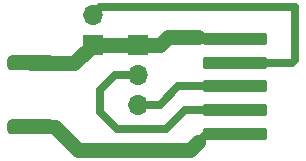
<source format=gbr>
%TF.GenerationSoftware,KiCad,Pcbnew,(6.0.7)*%
%TF.CreationDate,2023-01-18T19:02:27-08:00*%
%TF.ProjectId,MiniD_BOB,4d696e69-445f-4424-9f42-2e6b69636164,rev?*%
%TF.SameCoordinates,PX9b79068PY6702d98*%
%TF.FileFunction,Copper,L1,Top*%
%TF.FilePolarity,Positive*%
%FSLAX46Y46*%
G04 Gerber Fmt 4.6, Leading zero omitted, Abs format (unit mm)*
G04 Created by KiCad (PCBNEW (6.0.7)) date 2023-01-18 19:02:27*
%MOMM*%
%LPD*%
G01*
G04 APERTURE LIST*
G04 Aperture macros list*
%AMRoundRect*
0 Rectangle with rounded corners*
0 $1 Rounding radius*
0 $2 $3 $4 $5 $6 $7 $8 $9 X,Y pos of 4 corners*
0 Add a 4 corners polygon primitive as box body*
4,1,4,$2,$3,$4,$5,$6,$7,$8,$9,$2,$3,0*
0 Add four circle primitives for the rounded corners*
1,1,$1+$1,$2,$3*
1,1,$1+$1,$4,$5*
1,1,$1+$1,$6,$7*
1,1,$1+$1,$8,$9*
0 Add four rect primitives between the rounded corners*
20,1,$1+$1,$2,$3,$4,$5,0*
20,1,$1+$1,$4,$5,$6,$7,0*
20,1,$1+$1,$6,$7,$8,$9,0*
20,1,$1+$1,$8,$9,$2,$3,0*%
G04 Aperture macros list end*
%TA.AperFunction,SMDPad,CuDef*%
%ADD10RoundRect,0.250000X-2.500000X0.250000X-2.500000X-0.250000X2.500000X-0.250000X2.500000X0.250000X0*%
%TD*%
%TA.AperFunction,ComponentPad*%
%ADD11R,1.700000X1.700000*%
%TD*%
%TA.AperFunction,ComponentPad*%
%ADD12O,1.700000X1.700000*%
%TD*%
%TA.AperFunction,SMDPad,CuDef*%
%ADD13RoundRect,0.317500X1.682500X-0.317500X1.682500X0.317500X-1.682500X0.317500X-1.682500X-0.317500X0*%
%TD*%
%TA.AperFunction,Conductor*%
%ADD14C,1.270000*%
%TD*%
%TA.AperFunction,Conductor*%
%ADD15C,0.635000*%
%TD*%
G04 APERTURE END LIST*
D10*
%TO.P,J4,1,Pin_1*%
%TO.N,Net-(J1-Pad1)*%
X8255000Y3015000D03*
%TO.P,J4,2,Pin_2*%
%TO.N,Net-(J1-Pad2)*%
X8255000Y1015000D03*
%TO.P,J4,3,Pin_3*%
%TO.N,Net-(J3-Pad3)*%
X8255000Y-985000D03*
%TO.P,J4,4,Pin_4*%
%TO.N,Net-(J3-Pad2)*%
X8255000Y-2985000D03*
%TO.P,J4,5,Pin_5*%
%TO.N,Net-(J4-Pad5)*%
X8255000Y-4985000D03*
%TD*%
D11*
%TO.P,J1,1,Pin_1*%
%TO.N,Net-(J1-Pad1)*%
X-3810000Y2540000D03*
D12*
%TO.P,J1,2,Pin_2*%
%TO.N,Net-(J1-Pad2)*%
X-3810000Y5080000D03*
%TD*%
D13*
%TO.P,J5,1,Pin_1*%
%TO.N,Net-(J4-Pad5)*%
X-9025000Y-4445000D03*
%TD*%
D11*
%TO.P,J3,1,Pin_1*%
%TO.N,Net-(J1-Pad1)*%
X0Y2540000D03*
D12*
%TO.P,J3,2,Pin_2*%
%TO.N,Net-(J3-Pad2)*%
X0Y0D03*
%TO.P,J3,3,Pin_3*%
%TO.N,Net-(J3-Pad3)*%
X0Y-2540000D03*
%TD*%
D13*
%TO.P,J2,1,Pin_1*%
%TO.N,Net-(J1-Pad1)*%
X-9025000Y1015000D03*
%TD*%
D14*
%TO.N,Net-(J4-Pad5)*%
X4445000Y-6350000D02*
X5080000Y-5715000D01*
X-6985000Y-4445000D02*
X-5080000Y-6350000D01*
X-5080000Y-6350000D02*
X4445000Y-6350000D01*
D15*
X5810000Y-4985000D02*
X8255000Y-4985000D01*
X5080000Y-5715000D02*
X5810000Y-4985000D01*
%TO.N,Net-(J1-Pad2)*%
X13335000Y5715000D02*
X-3175000Y5715000D01*
X13335000Y1270000D02*
X13335000Y5715000D01*
X13080000Y1015000D02*
X13335000Y1270000D01*
X8255000Y1015000D02*
X13080000Y1015000D01*
%TO.N,Net-(J3-Pad2)*%
X8255000Y-2985000D02*
X4000000Y-2985000D01*
%TO.N,Net-(J3-Pad3)*%
X8255000Y-985000D02*
X3460000Y-985000D01*
D14*
%TO.N,Net-(J1-Pad1)*%
X2540000Y3175000D02*
X5080000Y3175000D01*
X1905000Y2540000D02*
X2540000Y3175000D01*
D15*
X5080000Y3175000D02*
X8095000Y3175000D01*
X8095000Y3175000D02*
X8255000Y3015000D01*
D14*
X0Y2540000D02*
X1905000Y2540000D01*
D15*
%TO.N,Net-(J3-Pad2)*%
X2381250Y-4603750D02*
X4000000Y-2985000D01*
X-1746250Y-4603750D02*
X2381250Y-4603750D01*
X-1905000Y0D02*
X-3175000Y-1270000D01*
X-3175000Y-1270000D02*
X-3175000Y-3175000D01*
X0Y0D02*
X-1905000Y0D01*
X-3175000Y-3175000D02*
X-1746250Y-4603750D01*
%TO.N,Net-(J1-Pad2)*%
X-3175000Y5715000D02*
X-3810000Y5080000D01*
D14*
%TO.N,Net-(J1-Pad1)*%
X-3810000Y2540000D02*
X0Y2540000D01*
X-5335000Y1015000D02*
X-3810000Y2540000D01*
X-9025000Y1015000D02*
X-5335000Y1015000D01*
D15*
%TO.N,Net-(J3-Pad3)*%
X1905000Y-2540000D02*
X0Y-2540000D01*
X3460000Y-985000D02*
X1905000Y-2540000D01*
%TD*%
M02*

</source>
